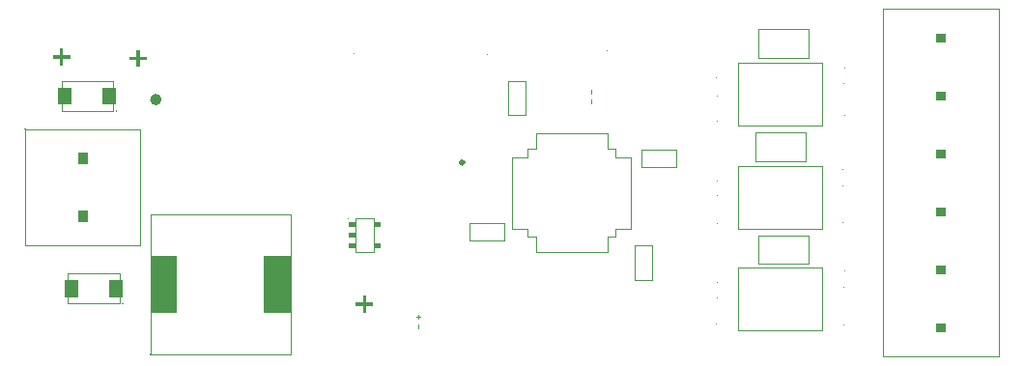
<source format=gbr>
%TF.GenerationSoftware,Altium Limited,Altium Designer,22.5.1 (42)*%
G04 Layer_Color=32768*
%FSLAX45Y45*%
%MOMM*%
%TF.SameCoordinates,F63A7803-94E7-494B-9888-F8709FA5C5B4*%
%TF.FilePolarity,Positive*%
%TF.FileFunction,Other,Mechanical_15*%
%TF.Part,Single*%
G01*
G75*
%TA.AperFunction,NonConductor*%
%ADD46C,0.30000*%
%ADD75C,0.50000*%
%ADD76C,0.00254*%
%ADD77C,0.05000*%
%ADD78C,0.05080*%
G36*
X8066501Y2815201D02*
X7986501D01*
Y2895201D01*
X8066501D01*
Y2815201D01*
D02*
G37*
G36*
X329941Y2703301D02*
X394752D01*
Y2673300D01*
X329941D01*
Y2611401D01*
X299941D01*
X299941Y2673300D01*
X244752D01*
Y2703301D01*
X299941D01*
X299940Y2761400D01*
X329941Y2761400D01*
Y2703301D01*
D02*
G37*
G36*
X1002241Y2691300D02*
X1067051D01*
Y2661300D01*
X1002241D01*
Y2599401D01*
X972241D01*
X972241Y2661300D01*
X917052D01*
Y2691300D01*
X972241D01*
X972240Y2749400D01*
X1002241Y2749400D01*
Y2691300D01*
D02*
G37*
G36*
X4967327Y2357458D02*
X4959707D01*
Y2398098D01*
X4967327D01*
Y2357458D01*
D02*
G37*
G36*
X8066501Y2307201D02*
X7986501D01*
Y2387201D01*
X8066501D01*
Y2307201D01*
D02*
G37*
G36*
X4968137Y2293638D02*
X4984647D01*
Y2286018D01*
X4968137D01*
Y2270778D01*
X4960517D01*
Y2286018D01*
X4944007D01*
Y2293638D01*
X4960517D01*
Y2311418D01*
X4968137D01*
Y2293638D01*
D02*
G37*
G36*
X797164Y2270371D02*
X677022D01*
Y2420231D01*
X797164D01*
Y2270371D01*
D02*
G37*
G36*
X407020D02*
X287132D01*
Y2420231D01*
X407020D01*
Y2270371D01*
D02*
G37*
G36*
X803006Y2217778D02*
Y2215253D01*
Y2212728D01*
X799435Y2209157D01*
X794385D01*
X790814Y2212728D01*
Y2215253D01*
Y2217778D01*
X794385Y2221349D01*
X799435D01*
X803006Y2217778D01*
D02*
G37*
G36*
X530Y2061025D02*
X3923Y2057535D01*
X3925Y2052666D01*
X535Y2049173D01*
X-1898Y2049101D01*
X-1899Y2049101D01*
X-4332Y2049171D01*
X-7725Y2052661D01*
X-7727Y2057530D01*
X-4337Y2061023D01*
X-1903Y2061095D01*
X530Y2061025D01*
D02*
G37*
G36*
X8066501Y1799201D02*
X7986501D01*
Y1879201D01*
X8066501D01*
Y1799201D01*
D02*
G37*
G36*
X548101Y1748602D02*
X468101D01*
Y1853600D01*
X548101D01*
Y1748602D01*
D02*
G37*
G36*
X8066501Y1291201D02*
X7986501D01*
Y1371201D01*
X8066501D01*
Y1291201D01*
D02*
G37*
G36*
X2838912Y1273995D02*
Y1271510D01*
Y1269024D01*
X2835397Y1265510D01*
X2830426D01*
X2826912Y1269024D01*
Y1271510D01*
Y1273995D01*
X2830426Y1277510D01*
X2835397D01*
X2838912Y1273995D01*
D02*
G37*
G36*
X548101Y1240602D02*
X468101D01*
Y1345600D01*
X548101D01*
Y1240602D01*
D02*
G37*
G36*
X3068900Y1241497D02*
X3112900D01*
X3112900Y1201497D01*
X3068900D01*
Y1201497D01*
X3051900Y1201497D01*
X3051899Y1241497D01*
X3068900Y1241497D01*
Y1241497D01*
D02*
G37*
G36*
X2893901D02*
X2893901Y1201497D01*
X2832901D01*
X2832901Y1241497D01*
X2876901D01*
Y1241497D01*
X2893901Y1241497D01*
D02*
G37*
G36*
X2893901Y1106500D02*
X2876901Y1106500D01*
Y1106501D01*
X2832901D01*
Y1146501D01*
X2876901Y1146501D01*
D01*
X2893901D01*
Y1106500D01*
D02*
G37*
G36*
X2893901Y1011505D02*
X2832901D01*
X2832901Y1051505D01*
X2893901D01*
X2893901Y1011505D01*
D02*
G37*
G36*
X3112900D02*
X3068900D01*
Y1011504D01*
X3051900D01*
X3051899Y1051505D01*
X3112900D01*
X3112900Y1011505D01*
D02*
G37*
G36*
X8066501Y783201D02*
X7986501D01*
Y863201D01*
X8066501D01*
Y783201D01*
D02*
G37*
G36*
X855064Y583171D02*
X734922D01*
Y733031D01*
X855064D01*
Y583171D01*
D02*
G37*
G36*
X464920D02*
X345032D01*
Y733031D01*
X464920D01*
Y583171D01*
D02*
G37*
G36*
X860906Y530578D02*
Y528053D01*
Y525528D01*
X857335Y521957D01*
X852285D01*
X848714Y525528D01*
Y528053D01*
Y530578D01*
X852285Y534149D01*
X857335D01*
X860906Y530578D01*
D02*
G37*
G36*
X2988400Y535301D02*
X3043589D01*
Y505301D01*
X2988400D01*
Y447201D01*
X2958400Y447201D01*
Y505301D01*
X2893590D01*
Y535301D01*
X2958400D01*
Y597200D01*
X2988400D01*
Y535301D01*
D02*
G37*
G36*
X2325295Y446201D02*
X2090295D01*
Y946200D01*
X2325295D01*
Y446201D01*
D02*
G37*
G36*
X1330296D02*
X1095295D01*
Y946200D01*
X1330296D01*
Y446201D01*
D02*
G37*
G36*
X3454384Y411565D02*
X3470894D01*
Y403945D01*
X3454384D01*
Y386165D01*
X3446764D01*
Y403945D01*
X3430254D01*
Y411565D01*
X3446764D01*
Y426805D01*
X3454384D01*
Y411565D01*
D02*
G37*
G36*
X3455194Y299485D02*
X3447574D01*
Y340125D01*
X3455194D01*
Y299485D01*
D02*
G37*
G36*
X8066501Y275201D02*
X7986501D01*
Y355200D01*
X8066501D01*
Y275201D01*
D02*
G37*
G36*
X1101294Y83688D02*
X1101295Y81200D01*
X1101294D01*
X1101296Y78714D01*
X1097780Y75195D01*
X1092806Y75193D01*
X1089288Y78709D01*
X1089287Y81196D01*
X1089286Y83683D01*
X1092801Y87201D01*
X1097775Y87203D01*
X1101294Y83688D01*
D02*
G37*
G36*
X8536507Y67197D02*
X8538993Y67195D01*
X8542506Y63675D01*
X8542500Y58703D01*
X8538981Y55191D01*
X8536495Y55193D01*
X8534009Y55196D01*
X8530496Y58716D01*
X8530502Y63688D01*
X8534021Y67200D01*
X8536507Y67197D01*
D02*
G37*
D46*
X3842912Y1763927D02*
G03*
X3842912Y1763927I-15011J0D01*
G01*
D75*
X1168811Y2314102D02*
G03*
X1168811Y2314102I-24994J0D01*
G01*
D76*
X5092775Y2744050D02*
X5092826Y2744101D01*
X2876340Y2724627D02*
X2876391Y2724576D01*
X4045610Y2714553D02*
X4045661Y2714502D01*
X7173575Y2460610D02*
X7173626Y2460661D01*
X7174175Y2598410D02*
X7174226Y2598461D01*
X6058275Y1473441D02*
X6058326Y1473491D01*
X6058275Y1605841D02*
X6058326Y1605891D01*
X6059175Y2129740D02*
X6059226Y2129791D01*
X6056775Y2347640D02*
X6056826Y2347691D01*
X6055275Y2510541D02*
X6055326Y2510591D01*
X7160275Y1560710D02*
X7160326Y1560761D01*
X7163075Y1705510D02*
X7163126Y1705561D01*
X7174699Y2177641D02*
X7174750Y2177691D01*
X6056375Y350040D02*
X6056426Y350091D01*
X6058075Y579340D02*
X6058126Y579391D01*
X6058075Y712340D02*
X6058126Y712391D01*
X6056775Y1230641D02*
X6056826Y1230691D01*
X7171875Y340340D02*
X7171926Y340391D01*
X7174875Y816410D02*
X7174926Y816461D01*
X7173575Y672810D02*
X7173626Y672861D01*
X7161975Y1243440D02*
X7162026Y1243492D01*
D77*
X4267001Y1182301D02*
Y1810301D01*
Y1182301D02*
X4403001D01*
Y1111301D02*
Y1182301D01*
Y1111301D02*
X4474001D01*
Y975301D02*
Y1111301D01*
Y975301D02*
X5102000D01*
Y1111301D01*
X5173001D01*
Y1182301D01*
X5309001D01*
Y1810301D01*
X5173001D02*
X5309001D01*
X5173001D02*
Y1881301D01*
X5102000D02*
X5173001D01*
X5102000D02*
Y2017301D01*
X4474001D02*
X5102000D01*
X4474001Y1881301D02*
Y2017301D01*
X4403001Y1881301D02*
X4474001D01*
X4403001Y1810301D02*
Y1881301D01*
X4267001Y1810301D02*
X4403001D01*
X3893000Y1079801D02*
X3893001Y1231801D01*
X3893000Y1079801D02*
X4195000Y1079800D01*
X4195000Y1231801D01*
X3893001D02*
X4195000D01*
X5400000Y1725100D02*
X5702000D01*
X5400000D02*
X5400001Y1877101D01*
X5702001D01*
X5702000Y1725100D02*
X5702001Y1877101D01*
X6987801Y1183201D02*
Y1733201D01*
X6245801Y1183201D02*
Y1733201D01*
Y1183201D02*
X6987801D01*
X6245801Y1733201D02*
X6987801D01*
Y2084901D02*
Y2634901D01*
X6245801Y2084901D02*
Y2634901D01*
Y2084901D02*
X6987801D01*
X6245801Y2634901D02*
X6987801D01*
X6395301Y1777701D02*
Y2027701D01*
X6838301Y1777701D02*
Y2027701D01*
X6395301D02*
X6838301D01*
X6395301Y1777701D02*
X6838301D01*
X6420701Y2679401D02*
X6863701D01*
X6420701Y2929401D02*
X6863701D01*
Y2679401D02*
Y2929401D01*
X6420701Y2679401D02*
Y2929401D01*
X4228901Y2480200D02*
X4380901Y2480201D01*
X4228901Y2178200D02*
Y2480200D01*
Y2178200D02*
X4380901Y2178201D01*
Y2480201D01*
X5341300Y734701D02*
X5493300D01*
Y1036701D01*
X5341300D02*
X5493300D01*
X5341300Y734701D02*
Y1036701D01*
X6987801Y294201D02*
Y844201D01*
X6245801Y294201D02*
Y844201D01*
Y294201D02*
X6987801D01*
X6245801Y844201D02*
X6987801D01*
X6421501Y875601D02*
Y1125601D01*
X6864501Y875601D02*
Y1125601D01*
X6421501D02*
X6864501D01*
X6421501Y875601D02*
X6864501D01*
D78*
X317104Y2475349D02*
X766938D01*
X317104Y2215253D02*
Y2475349D01*
Y2215253D02*
X766938D01*
Y2475349D01*
X-1898Y1039103D02*
Y2055101D01*
Y1039103D02*
X1008100D01*
Y2055101D01*
X-1898D02*
X1008100D01*
X2892893Y981507D02*
X3052893D01*
X2892893Y1271510D02*
X2892893Y981507D01*
X2892893Y1271510D02*
X3052893Y1271509D01*
Y981507D02*
Y1271509D01*
X1095295Y81201D02*
Y1311201D01*
Y81201D02*
X2325295Y81201D01*
Y1311201D01*
X1095295Y1311201D02*
X2325295Y1311201D01*
X375004Y788149D02*
X824838D01*
X375004Y528053D02*
Y788149D01*
Y528053D02*
X824838D01*
Y788149D01*
X7516499Y61201D02*
X8536500D01*
X7516499Y3109201D02*
X7516499Y61201D01*
X7516499Y3109201D02*
X8536500Y3109201D01*
Y61201D02*
Y3109201D01*
%TF.MD5,cb0d4fd4cb54aeacd63af0c52ba095d8*%
M02*

</source>
